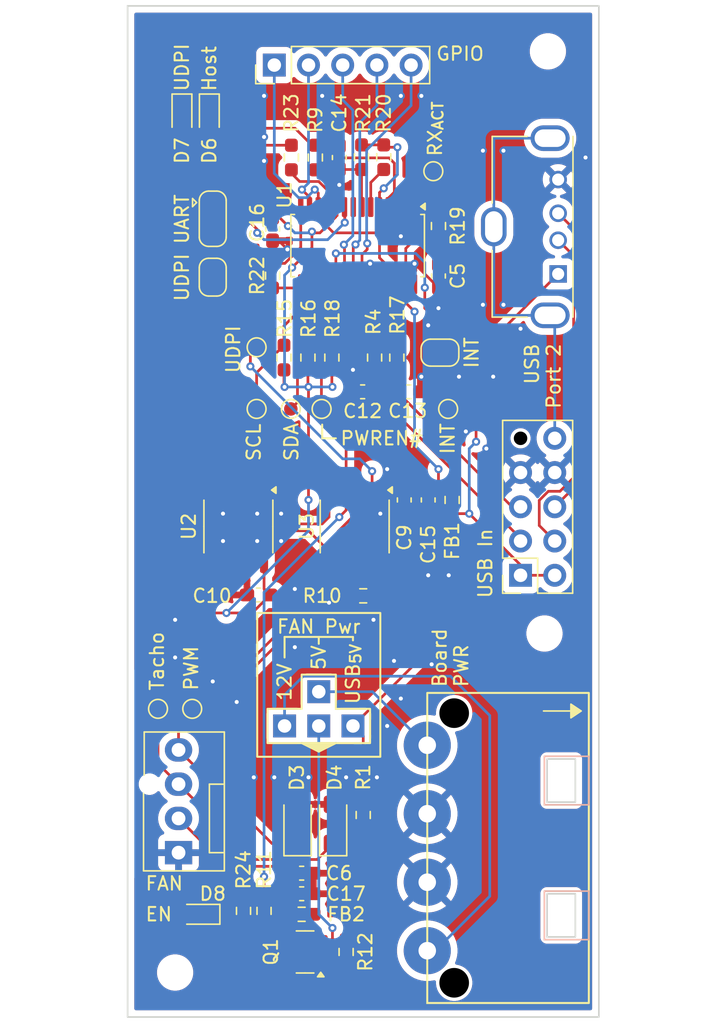
<source format=kicad_pcb>
(kicad_pcb (version 20241229) (generator "pcbnew") (generator_version "9.0")
  (layers (0 "F.Cu" signal) (2 "B.Cu" signal) (13 "F.Paste" user) (15 "B.Paste" user) (5 "F.SilkS" user "F.Silkscreen") (7 "B.SilkS" user "B.Silkscreen") (1 "F.Mask" user) (3 "B.Mask" user) (25 "Edge.Cuts" user))
  (net 0 "")
  (net 1 "VBUS")
  (net 2 "GND")
  (net 3 "Net-(J6-Pin_2)")
  (net 4 "VCC")
  (net 5 "USB1-")
  (net 6 "USB1+")
  (net 7 "Net-(U1-RESETN)")
  (net 8 "PWM")
  (net 9 "Tacho")
  (net 10 "Net-(D6-A)")
  (net 11 "Net-(U1-DIO13{slash}GPIOH{slash}DSRN)")
  (net 12 "Net-(D7-A)")
  (net 13 "Net-(U1-DIO0{slash}TX_ACT)")
  (net 14 "Net-(D8-K)")
  (net 15 "VUSB")
  (net 16 "Net-(Q1-D)")
  (net 17 "S-GND")
  (net 18 "USB2-")
  (net 19 "USB2+")
  (net 20 "+5V")
  (net 21 "+12V")
  (net 22 "Net-(J8-Pin_4)")
  (net 23 "Net-(J8-Pin_1)")
  (net 24 "Net-(J8-Pin_3)")
  (net 25 "Net-(J8-Pin_2)")
  (net 26 "Net-(J8-Pin_5)")
  (net 27 "Net-(JP1-A)")
  (net 28 "UDPI")
  (net 29 "VDD")
  (net 30 "Net-(JP3-C)")
  (net 31 "Net-(Q1-G)")
  (net 32 "Net-(U1-DM)")
  (net 33 "Net-(U3-~{RESET}{slash}PA0)")
  (net 34 "PWREN#")
  (net 35 "SCL")
  (net 36 "SDA")
  (net 37 "Net-(U1-DP)")
  (net 38 "Net-(U1-VBUS_DET)")
  (net 39 "Net-(U1-STEST_RSTN)")
  (net 40 "Net-(U1-DIO3{slash}RXD)")
  (net 41 "Net-(U1-DIO12{slash}BCD{slash}RX_ACT)")
  (net 43 "Net-(JP4-A)")
  (footprint "TestPoint:TestPoint_Pad_D1.0mm" (layer "F.Cu") (at 152.4 69.596 -90)
    (property "Reference" "TP8" (hide yes))
    (property "Value" "Tacho")
  )
  (footprint "Resistor_SMD:R_0603_1608Metric_Pad0.98x0.95mm_HandSolder" (layer "F.Cu") (at 160.274 84.582 90)
    (property "Reference" "R11")
    (property "Value" "1k")
  )
  (footprint "TestPoint:TestPoint_Pad_D1.0mm" (layer "F.Cu") (at 162.262718 47.350891)
    (property "Reference" "TP2" (hide yes))
    (property "Value" "SDA")
  )
  (footprint "Capacitor_SMD:C_0603_1608Metric_Pad1.08x0.95mm_HandSolder" (layer "F.Cu") (at 170.688 54.102 -90)
    (property "Reference" "C9")
    (property "Value" "100n")
  )
  (footprint "Connector_PinHeader_2.54mm:PinHeader_1x05_P2.54mm_Vertical" (layer "F.Cu") (at 161.036 21.844 90)
    (property "Reference" "J8" (hide yes))
    (property "Value" "GPIO")
  )
  (footprint "Package_SO:TSSOP-28_4.4x9.7mm_P0.65mm" (layer "F.Cu") (at 167.225 35.2375 -90)
    (property "Reference" "U1")
    (property "Value" "FT260S")
  )
  (footprint "Capacitor_SMD:C_0603_1608Metric_Pad1.08x0.95mm_HandSolder" (layer "F.Cu") (at 159.8665 61.149 180)
    (property "Reference" "C10")
    (property "Value" "100n")
  )
  (footprint "Resistor_SMD:R_0603_1608Metric_Pad0.98x0.95mm_HandSolder" (layer "F.Cu") (at 167.64 61.214 180)
    (property "Reference" "R10")
    (property "Value" "470R")
  )
  (footprint "Molex:Molex 8981 Vertical" (layer "F.Cu") (at 172.395 79.916 90)
    (property "Reference" "J3" (hide yes))
    (property "Value" "PC power" (hide yes))
    (fp_rect (start 3.4 8.9) (end 6.6 11) (stroke (width 0.12)) (fill no) (layer "Edge.Cuts"))
    (fp_rect (start -6.6 8.9) (end -3.4 11) (stroke (width 0.12)) (fill no) (layer "Edge.Cuts"))
  )
  (footprint "Jumper:SolderJumper-2_P1.3mm_Bridged_RoundedPad1.0x1.5mm" (layer "F.Cu") (at 156.464 37.577 -90)
    (property "Reference" "JP1" (hide yes))
    (property "Value" "UDPI_EN")
  )
  (footprint "LED_SMD:LED_0603_1608Metric_Pad1.05x0.95mm_HandSolder" (layer "F.Cu") (at 154.178 25.654 -90)
    (property "Reference" "D7")
    (property "Value" "UDPI")
  )
  (footprint "Capacitor_SMD:C_0603_1608Metric_Pad1.08x0.95mm_HandSolder" (layer "F.Cu") (at 167.596718 46.080891 180)
    (property "Reference" "C12")
    (property "Value" "47p")
  )
  (footprint "Capacitor_SMD:C_0603_1608Metric_Pad1.08x0.95mm_HandSolder" (layer "F.Cu") (at 171.025718 46.080891)
    (property "Reference" "C13")
    (property "Value" "47p")
  )
  (footprint "Package_SO:SOIC-8_3.9x4.9mm_P1.27mm" (layer "F.Cu") (at 167.005 56.069 -90)
    (property "Reference" "U3")
    (property "Value" "ATtiny202-SS")
  )
  (footprint "Capacitor_SMD:C_0603_1608Metric_Pad1.08x0.95mm_HandSolder" (layer "F.Cu") (at 163.068 83.312 180)
    (property "Reference" "C17")
    (property "Value" "4u7")
  )
  (footprint "Resistor_SMD:R_0603_1608Metric_Pad0.98x0.95mm_HandSolder" (layer "F.Cu") (at 166.37 87.63 -90)
    (property "Reference" "R12")
    (property "Value" "100k")
  )
  (footprint "Resistor_SMD:R_0603_1608Metric_Pad0.98x0.95mm_HandSolder" (layer "F.Cu") (at 170.136718 43.540891 90)
    (property "Reference" "R17")
    (property "Value" "27R")
  )
  (footprint "TestPoint:TestPoint_Pad_D1.0mm" (layer "F.Cu") (at 154.94 69.596 -90)
    (property "Reference" "TP7" (hide yes))
    (property "Value" "PWM")
  )
  (footprint "Connector_USB:USB_A_Molex_105057_Vertical" (layer "F.Cu") (at 182.118 37.338 90)
    (property "Reference" "J7" (hide yes))
    (property "Value" "USB_Out")
  )
  (footprint "TestPoint:TestPoint_Pad_D1.0mm" (layer "F.Cu") (at 164.548718 47.350891)
    (property "Reference" "TP3" (hide yes))
    (property "Value" "PWREN#")
  )
  (footprint "TestPoint:TestPoint_Pad_D1.0mm" (layer "F.Cu") (at 173.946718 47.350891)
    (property "Reference" "TP4" (hide yes))
    (property "Value" "INT")
  )
  (footprint "TestPoint:TestPoint_Pad_D1.0mm" (layer "F.Cu") (at 159.722718 42.778891 180)
    (property "Reference" "TP5" (hide yes))
    (property "Value" "UDPI")
  )
  (footprint "ThreeWayJumper:ThreeWayJumper" (layer "F.Cu") (at 164.338 70.866 -90)
    (property "Reference" "JP2" (hide yes))
    (property "Value" "FAN PWR Select")
  )
  (footprint "Resistor_SMD:R_0603_1608Metric_Pad0.98x0.95mm_HandSolder" (layer "F.Cu") (at 169.164 28.6785 90)
    (property "Reference" "R20")
    (property "Value" "10k")
  )
  (footprint "Resistor_SMD:R_0603_1608Metric_Pad0.98x0.95mm_HandSolder" (layer "F.Cu") (at 161.754718 43.540891 -90)
    (property "Reference" "R15")
    (property "Value" "1k")
  )
  (footprint "Jumper:SolderJumper-3_P1.3mm_Bridged12_RoundedPad1.0x1.5mm" (layer "F.Cu") (at 156.464 33.244 -90)
    (property "Reference" "JP3" (hide yes))
    (property "Value" "UART_EN")
  )
  (footprint "Capacitor_SMD:C_0603_1608Metric_Pad1.08x0.95mm_HandSolder" (layer "F.Cu") (at 172.466 54.102 90)
    (property "Reference" "C15")
    (property "Value" "4u7")
  )
  (footprint "Resistor_SMD:R_0603_1608Metric_Pad0.98x0.95mm_HandSolder" (layer "F.Cu") (at 173.228 33.782 -90)
    (property "Reference" "R19")
    (property "Value" "5k1")
  )
  (footprint "TestPoint:TestPoint_Pad_D1.0mm" (layer "F.Cu") (at 159.722718 47.350891 180)
    (property "Reference" "TP1" (hide yes))
    (property "Value" "SCL")
  )
  (footprint "Resistor_SMD:R_0603_1608Metric_Pad0.98x0.95mm_HandSolder" (layer "F.Cu") (at 158.75 84.582 -90)
    (property "Reference" "R24")
    (property "Value" "2k2")
  )
  (footprint "Diode_SMD:D_SMF" (layer "F.Cu") (at 165.4048 78.1323 90)
    (property "Reference" "D4")
    (property "Value" "SMF20A")
  )
  (footprint "Connector:FanPinHeader_1x04_P2.54mm_Vertical" (layer "F.Cu") (at 153.924 80.264 90)
    (property "Reference" "J6" (hide yes))
    (property "Value" "FAN")
  )
  (footprint "Resistor_SMD:R_0603_1608Metric_Pad0.98x0.95mm_HandSolder" (layer "F.Cu") (at 168.485718 43.540891 90)
    (property "Reference" "R4")
    (property "Value" "27R")
  )
  (footprint "Resistor_SMD:R_0603_1608Metric_Pad0.98x0.95mm_HandSolder" (layer "F.Cu") (at 174.244 54.102 90)
    (property "Reference" "FB1")
    (property "Value" "FerriteBead")
  )
  (footprint "LED_SMD:LED_0603_1608Metric_Pad1.05x0.95mm_HandSolder" (layer "F.Cu") (at 156.21 25.654 -90)
    (property "Reference" "D6")
    (property "Value" "Host")
  )
  (footprint "TestPoint:TestPoint_Pad_D1.0mm" (layer "F.Cu") (at 172.847 29.718)
    (property "Reference" "TP6" (hide yes))
    (property "Value" "RX_ACT")
  )
  (footprint "Resistor_SMD:R_0603_1608Metric_Pad0.98x0.95mm_HandSolder" (layer "F.Cu") (at 165.310718 43.540891 -90)
    (property "Reference" "R18")
    (property "Value" "10k")
  )
  (footprint "Capacitor_SMD:C_0603_1608Metric_Pad1.08x0.95mm_HandSolder" (layer "F.Cu") (at 160.909 34.0095 -90)
    (property "Reference" "C16")
    (property "Value" "100n")
  )
  (footprint "Capacitor_SMD:C_0603_1608Metric_Pad1.08x0.95mm_HandSolder" (layer "F.Cu") (at 163.068 81.788)
    (property "Reference" "C6")
    (property "Value" "100n")
  )
  (footprint "Package_TO_SOT_SMD:SOT-23" (layer "F.Cu") (at 163.322 87.63 180)
    (property "Reference" "Q1")
    (property "Value" "IRLML6402")
  )
  (footprint "Resistor_SMD:R_0603_1608Metric_Pad0.98x0.95mm_HandSolder" (layer "F.Cu") (at 163.068 84.836)
    (property "Reference" "FB2")
    (property "Value" "FerriteBead")
  )
  (footprint "Resistor_SMD:R_0603_1608Metric_Pad0.98x0.95mm_HandSolder" (layer "F.Cu") (at 160.909 37.465 -90)
    (property "Reference" "R22")
    (property "Value" "4k7")
  )
  (footprint "MountingHole:MountingHole_2.2mm_M2_ISO7380" (layer "F.Cu") (at 181.102 64.008)
    (property "Reference" "REF**" (hide yes))
    (property "Value" "MountingHole_2.2mm_M2_ISO7380")
  )
  (footprint "Package_SO:SOIC-8_3.9x4.9mm_P1.27mm" (layer "F.Cu") (at 158.369 56.069 -90)
    (property "Reference" "U2")
    (property "Value" "AT24CS01-SSHM")
  )
  (footprint "Capacitor_SMD:C_0603_1608Metric_Pad1.08x0.95mm_HandSolder" (layer "F.Cu") (at 173.228 37.4915 -90)
    (property "Reference" "C5")
    (property "Value" "100n")
  )
  (footprint "Resistor_SMD:R_0603_1608Metric_Pad0.98x0.95mm_HandSolder" (layer "F.Cu") (at 162.306 28.702 -90)
    (property "Reference" "R23")
    (property "Value" "2k2")
  )
  (footprint "LED_SMD:LED_0603_1608Metric_Pad1.05x0.95mm_HandSolder" (layer "F.Cu") (at 155.335 84.836 180)
    (property "Reference" "D8")
    (property "Value" "EN")
  )
  (footprint "Capacitor_SMD:C_0603_1608Metric_Pad1.08x0.95mm_HandSolder" (layer "F.Cu") (at 165.862 28.705 -90)
    (property "Reference" "C14")
    (property "Value" "4u7")
  )
  (footprint "Diode_SMD:D_SMF" (layer "F.Cu") (at 162.7632 78.1323 90)
    (property "Reference" "D3")
    (property "Value" "SMF20A")
  )
  (footprint "MountingHole:MountingHole_2.2mm_M2_ISO7380" (layer "F.Cu") (at 153.67 89.154)
    (property "Reference" "REF**" (hide yes))
    (property "Value" "MountingHole_2.2mm_M2_ISO7380")
  )
  (footprint "Resistor_SMD:R_0603_1608Metric_Pad0.98x0.95mm_HandSolder" (layer "F.Cu") (at 163.532718 43.540891 -90)
    (property "Reference" "R16")
    (property "Value" "1k")
  )
  (footprint "Jumper:SolderJumper-2_P1.3mm_Bridged_RoundedPad1.0x1.5mm" (layer "F.Cu") (at 173.34 43.174891 180)
    (property "Reference" "JP4" (hide yes))
    (property "Value" "INT")
  )
  (footprint "Resistor_SMD:R_0603_1608Metric_Pad0.98x0.95mm_HandSolder" (layer "F.Cu") (at 167.513 28.6785 90)
    (property "Reference" "R21")
    (property "Value" "4k7")
  )
  (footprint "Resistor_SMD:R_0603_1608Metric_Pad0.98x0.95mm_HandSolder" (layer "F.Cu") (at 164.084 28.702 -90)
    (property "Reference" "R9")
    (property "Value" "2k2")
  )
  (footprint "USB:Internal USB 2.0 Socket Default" (layer "F.Cu") (at 179.324 59.69 180)
    (property "Reference" "J1" (hide yes))
    (property "Value" "~" (hide yes))
  )
  (footprint "Resistor_SMD:R_0603_1608Metric_Pad0.98x0.95mm_HandSolder" (layer "F.Cu") (at 167.64 77.47 -90)
    (property "Reference" "R1")
    (property "Value" "2k2")
  )
  (footprint "MountingHole:MountingHole_2.2mm_M2_ISO7380" (layer "F.Cu") (at 181.356 20.828)
    (property "Reference" "REF**" (hide yes))
    (property "Value" "MountingHole_2.2mm_M2_ISO7380")
  )
  (gr_line (start 161.798 65.786) (end 161.798 64.262) (stroke (width 0.15)) (layer "F.SilkS"))
  (gr_line (start 161.798 64.262) (end 166.878 64.262) (stroke (width 0.15)) (layer "F.SilkS"))
  (gr_rect (start 159.766 62.484) (end 168.91 73.152) (stroke (width 0.15)) (fill no) (layer "F.SilkS"))
  (gr_line (start 164.592 49.53) (end 165.608 49.53) (stroke (width 0.15)) (layer "F.SilkS"))
  (gr_line (start 164.338 64.262) (end 164.338 64.77) (stroke (width 0.15)) (layer "F.SilkS"))
  (gr_line (start 166.878 64.262) (end 166.878 64.516) (stroke (width 0.15)) (layer "F.SilkS"))
  (gr_line (start 164.592 48.514) (end 164.592 49.53) (stroke (width 0.15)) (layer "F.SilkS"))
  (gr_rect (start 150.14 17.456) (end 185.14 92.456) (stroke (width 0.12)) (fill no) (layer "Edge.Cuts"))
  (gr_text "FAN Pwr" (at 164.338 63.5 0) (layer "F.SilkS") (effects (font (size 1 1))))
  (gr_text "PWM" (at 155.448 68.326 90) (layer "F.SilkS") (effects (font (size 1 1)) (justify left bottom)))
  (gr_text "PWREN#" (at 165.862 49.53 0) (layer "F.SilkS") (effects (font (size 1 1)) (justify left)))
  (gr_text "SDA" (at 162.306 51.308 90) (layer "F.SilkS") (effects (font (size 1 1)) (justify left)))
  (gr_text "5V" (at 164.338 66.802 90) (layer "F.SilkS") (effects (font (size 1 1)) (justify left)))
  (gr_text "INT" (at 174.498 50.8 90) (layer "F.SilkS") (effects (font (size 1 1)) (justify left bottom)))
  (gr_text "RX_{ACT}" (at 172.974 28.702 90) (layer "F.SilkS") (effects (font (size 1 1)) (justify left)))
  (gr_text "UART" (at 154.178 33.274 90) (layer "F.SilkS") (effects (font (size 1 1))))
  (gr_text "Host" (at 156.21 23.876 90) (layer "F.SilkS") (effects (font (size 1 1)) (justify left)))
  (gr_text "SCL" (at 159.512 51.308 90) (layer "F.SilkS") (effects (font (size 1 1)) (justify left)))
  (gr_text "Tacho" (at 152.908 68.326 90) (layer "F.SilkS") (effects (font (size 1 1)) (justify left bottom)))
  (gr_text "Board\nPWR" (at 175.514 68.072 90) (layer "F.SilkS") (effects (font (size 1 1)) (justify left bottom)))
  (gr_text "UDPI" (at 154.178 37.592 90) (layer "F.SilkS") (effects (font (size 1 1))))
  (gr_text "12V" (at 161.798 69.088 90) (layer "F.SilkS") (effects (font (size 1 1)) (justify left)))
  (gr_text "UDPI" (at 154.178 23.876 90) (layer "F.SilkS") (effects (font (size 1 1)) (justify left)))
  (gr_text "UDPI" (at 157.988 42.926 90) (layer "F.SilkS") (effects (font (size 1 1))))
  (gr_text "USB In" (at 177.292 56.134 90) (layer "F.SilkS") (effects (font (size 1 1)) (justify right bottom)))
  (gr_text "GPIO" (at 172.974 21.59 0) (layer "F.SilkS") (effects (font (size 1 1)) (justify left bottom)))
  (gr_text "USB_{5V}" (at 166.878 69.342 90) (layer "F.SilkS") (effects (font (size 1 1)) (justify left)))
  (gr_text "FAN" (at 151.384 82.55 0) (layer "F.SilkS") (effects (font (size 1 1)) (justify left)))
  (gr_text "INT" (at 176.276 43.18 90) (layer "F.SilkS") (effects (font (size 1 1)) (justify bottom)))
  (gr_text "EN" (at 151.384 84.836 0) (layer "F.SilkS") (effects (font (size 1 1)) (justify left)))
  (gr_text "USB\nPort 2" (at 182.372 42.418 90) (layer "F.SilkS") (effects (font (size 1 1)) (justify right bottom)))
  (segment (start 166.878 70.866) (end 173.242 64.502) (width 0.2) (layer "F.Cu") (net 1))
  (segment (start 170.8 38.1) (end 170.8 39.482) (width 0.2) (layer "F.Cu") (net 1))
  (segment (start 173.228 53.2395) (end 174.194 53.2395) (width 0.2) (layer "F.Cu") (net 1))
  (segment (start 171.5535 34.6945) (end 173.228 34.6945) (width 0.2) (layer "F.Cu") (net 1))
  (segment (start 173.228 51.816) (end 173.228 53.2395) (width 0.2) (layer "F.Cu") (net 1))
  (segment (start 173.228 36.629) (end 173.228 34.6945) (width 0.2) (layer "F.Cu") (net 1))
  (segment (start 170.8 35.448) (end 171.5535 34.6945) (width 0.2) (layer "F.Cu") (net 1))
  (segment (start 170.8 39.482) (end 171.45 40.132) (width 0.2) (layer "F.Cu") (net 1))
  (segment (start 169.2645 53.2395) (end 168.91 53.594) (width 0.2) (layer "F.Cu") (net 1))
  (segment (start 170.688 53.2395) (end 169.2645 53.2395) (width 0.2) (layer "F.Cu") (net 1))
  (segment (start 173.242 53.2535) (end 173.228 53.2395) (width 0.2) (layer "F.Cu") (net 1))
  (segment (start 173.242 64.502) (end 173.242 53.2535) (width 0.2) (layer "F.Cu") (net 1))
  (segment (start 167.64 71.628) (end 166.878 70.866) (width 0.2) (layer "F.Cu") (net 1))
  (segment (start 174.194 53.2395) (end 174.244 53.1895) (width 0.2) (layer "F.Cu") (net 1))
  (segment (start 170.8 38.1) (end 170.8 35.448) (width 0.2) (layer "F.Cu") (net 1))
  (segment (start 170.688 53.2395) (end 173.228 53.2395) (width 0.2) (layer "F.Cu") (net 1))
  (segment (start 167.64 76.5575) (end 167.64 71.628) (width 0.2) (layer "F.Cu") (net 1))
  (via (at 171.45 40.132) (size 0.6) (drill 0.3) (layers "F.Cu" "B.Cu") (net 1))
  (via (at 173.228 51.816) (size 0.6) (drill 0.3) (layers "F.Cu" "B.Cu") (net 1))
  (segment (start 171.45 50.038) (end 173.228 51.816) (width 0.2) (layer "B.Cu") (net 1))
  (segment (start 171.45 40.132) (end 171.45 50.038) (width 0.2) (layer "B.Cu") (net 1))
  (segment (start 161.364 34.872) (end 162.008735 35.516735) (width 0.2) (layer "F.Cu") (net 2))
  (segment (start 160.909 34.872) (end 161.364 34.872) (width 0.2) (layer "F.Cu") (net 2))
  (segment (start 171.45 38.1) (end 171.45 36.576) (width 0.2) (layer "F.Cu") (net 2))
  (segment (start 156.464 53.594) (end 160.274 53.594) (width 0.2) (layer "F.Cu") (net 2))
  (segment (start 168.2 38.1) (end 168.2 36.626) (width 0.2) (layer "F.Cu") (net 2))
  (segment (start 168.2 36.626) (end 168.15 36.576) (width 0.2) (layer "F.Cu") (net 2))
  (segment (start 172.466 54.9645) (end 172.413 54.9645) (width 0.2) (layer "F.Cu") (net 2))
  (segment (start 172.516 55.0145) (end 172.466 54.9645) (width 0.2) (layer "F.Cu") (net 2))
  (segment (start 171.45 36.576) (end 173.228 38.354) (width 0.2) (layer "F.Cu") (net 2))
  (via (at 176.784 50.292) (size 0.6) (drill 0.3) (layers "F.Cu" "B.Cu") (net 2))
  (via (at 164.592 24.13) (size 0.6) (drill 0.3) (layers "F.Cu" "B.Cu") (net 2))
  (via (at 165.862 30.734) (size 0.6) (drill 0.3) (layers "F.Cu" "B.Cu") (net 2))
  (via (at 161.036 74.676) (size 0.6) (drill 0.3) (layers "F.Cu" "B.Cu") (net 2))
  (via (at 160.274 28.956) (size 0.6) (drill 0.3) (layers "F.Cu" "B.Cu") (net 2))
  (via (at 159.766 57.15) (size 0.6) (drill 0.3) (layers "F.Cu" "B.Cu") (net 2))
  (via (at 160.274 27.178) (size 0.6) (drill 0.3) (layers "F.Cu" "B.Cu") (net 2))
  (via (at 169.926 66.04) (size 0.6) (drill 0.3) (layers "F.Cu" "B.Cu") (net 2))
  (via (at 160.274 24.13) (size 0.6) (drill 0.3) (layers "F.Cu" "B.Cu") (net 2))
  (via (at 184.15 28.702) (size 0.6) (drill 0.3) (layers "F.Cu" "B.Cu") (net 2))
  (via (at 175.26 49.022) (size 0.6) (drill 0.3) (layers "F.Cu" "B.Cu") (net 2))
  (via (at 163.576 74.676) (size 0.6) (drill 0.3) (layers "F.Cu" "B.Cu") (net 2))
  (via (at 153.67 62.992) (size 0.6) (drill 0.3) (layers "F.Cu" "B.Cu") (net 2))
  (via (at 171.45 36.576) (size 0.6) (drill 0.3) (layers "F.Cu" "B.Cu") (net 2))
  (via (at 170.434 34.544) (size 0.6) (drill 0.3) (layers "F.Cu" "B.Cu") (net 2))
  (via (at 157.226 57.15) (size 0.6) (drill 0.3) (layers "F.Cu" "B.Cu") (net 2))
  (via (at 172.466 41.148) (size 0.6) (drill 0.3) (layers "F.Cu" "B.Cu") (net 2))
  (via (at 153.67 65.786) (size 0.6) (drill 0.3) (layers "F.Cu" "B.Cu") (net 2))
  (via (at 168.15 36.576) (size 0.6) (drill 0.3) (layers "F.Cu" "B.Cu") (net 2))
  (via (at 170.434 24.13) (size 0.6) (drill 0.3) (layers "F.Cu" "B.Cu") (net 2))
  (via (at 176.53 28.194) (size 0.6) (drill 0.3) (layers "F.Cu" "B.Cu") (net 2))
  (via (at 176.53 39.624) (size 0.6) (drill 0.3) (layers "F.Cu" "B.Cu") (net 2))
  (via (at 171.958 44.958) (size 0.6) (drill 0.3) (layers "F.Cu" "B.Cu") (net 2))
  (via (at 168.91 55.118) (size 0.6) (drill 0.3) (layers "F.Cu" "B.Cu") (net 2))
  (via (at 169.418 51.816) (size 0.6) (drill 0.3) (layers "F.Cu" "B.Cu") (net 2))
  (via (at 162.56 60.706) (size 0.6) (drill 0.3) (layers "F.Cu" "B.Cu") (net 2))
  (via (at 162.56 65.024) (size 0.6) (drill 0.3) (layers "F.Cu" "B.Cu") (net 2))
  (via (at 173.228 39.878) (size 0.6) (drill 0.3) (layers "F.Cu" "B.Cu") (net 2))
  (via (at 162.008735 35.516735) (size 0.6) (drill 0.3) (layers "F.Cu" "B.Cu") (net 2))
  (via (at 177.292 44.958) (size 0.6) (drill 0.3) (layers "F.Cu" "B.Cu") (net 2))
  (via (at 165.1 61.722) (size 0.6) (drill 0.3) (layers "F.Cu" "B.Cu") (net 2))
  (via (at 168.402 62.992) (size 0.6) (drill 0.3) (layers "F.Cu" "B.Cu") (net 2))
  (via (at 173.99 59.69) (size 0.6) (drill 0.3) (layers "F.Cu" "B.Cu") (net 2))
  (via (at 169.418 70.866) (size 0.6) (drill 0.3) (layers "F.Cu" "B.Cu") (net 2))
  (via (at 159.766 55.118) (size 0.6) (drill 0.3) (layers "F.Cu" "B.Cu") (net 2))
  (via (at 178.054 28.194) (size 0.6) (drill 0.3) (layers "F.Cu" "B.Cu") (net 2))
  (via (at 178.054 39.624) (size 0.6) (drill 0.3) (layers "F.Cu" "B.Cu") (net 2))
  (via (at 159.512 74.676) (size 0.6) (drill 0.3) (layers "F.Cu" "B.Cu") (net 2))
  (via (at 170.434 68.834) (size 0.6) (drill 0.3) (layers "F.Cu" "B.Cu") (net 2))
  (via (at 158.242 69.088) (size 0.6) (drill 0.3) (layers "F.Cu" "B.Cu") (net 2))
  (via (at 156.464 67.564) (size 0.6) (drill 0.3) (layers "F.Cu" "B.Cu") (net 2))
  (via (at 166.37 74.676) (size 0.6) (drill 0.3) (layers "F.Cu" "B.Cu") (net 2))
  (via (at 172.466 59.69) (size 0.6) (drill 0.3) (layers "F.Cu" "B.Cu") (net 2))
  (via (at 179.324 41.402) (size 0.6) (drill 0.3) (layers "F.Cu" "B.Cu") (net 2))
  (via (at 172.72 66.294) (size 0.6) (drill 0.3) (layers "F.Cu" "B.Cu") (net 2))
  (via (at 166.878 44.45) (size 0.6) (drill 0.3) (layers "F.Cu" "B.Cu") (net 2))
  (via (at 161.544 57.15) (size 0.6) (drill 0.3) (layers "F.Cu" "B.Cu") (net 2))
  (via (at 171.958 24.13) (size 0.6) (drill 0.3) (layers "F.Cu" "B.Cu") (net 2))
  (via (at 157.226 55.118) (size 0.6) (drill 0.3) (layers "F.Cu" "B.Cu") (net 2))
  (via (at 174.752 44.958) (size 0.6) (drill 0.3) (layers "F.Cu" "B.Cu") (net 2))
  (via (at 168.656 74.676) (size 0.6) (drill 0.3) (layers "F.Cu" "B.Cu") (net 2))
  (via (at 161.544 55.118) (size 0.6) (drill 0.3) (layers "F.Cu" "B.Cu") (net 2))
  (segment (start 163.068 36.576) (end 168.15 36.576) (width 0.2) (layer "B.Cu") (net 2))
  (segment (start 162.008735 35.516735) (end 163.068 36.576) (width 0.2) (layer "B.Cu") (net 2))
  (segment (start 171.45 36.576) (end 168.15 36.576) (width 0.2) (layer "B.Cu") (net 2))
  (segment (start 161.6975 81.28) (end 162.2055 81.788) (width 0.2) (layer "F.Cu") (net 3))
  (segment (start 157.48 81.28) (end 161.6975 81.28) (width 0.2) (layer "F.Cu") (net 3))
  (segment (start 162.2055 81.788) (end 162.2055 83.312) (width 0.2) (layer "F.Cu") (net 3))
  (segment (start 162.1555 84.836) (end 162.1555 83.362) (width 0.2) (layer "F.Cu") (net 3))
  (segment (start 153.924 77.724) (end 157.48 81.28) (width 0.2) (layer "F.Cu") (net 3))
  (segment (start 162.1555 83.362) (end 162.2055 83.312) (width 0.2) (layer "F.Cu") (net 3))
  (segment (start 150.863 67.599068) (end 155.967034 62.495034) (width 0.2) (layer "F.Cu") (net 4))
  (segment (start 170.15 37.44263) (end 170.15 38.1) (width 0.2) (layer "F.Cu") (net 4))
  (segment (start 150.863 81.239) (end 150.863 67.599068) (width 0.2) (layer "F.Cu") (net 4))
  (segment (start 164.422499 34.29) (end 164.930499 33.782) (width 0.2) (layer "F.Cu") (net 4))
  (segment (start 165.310718 45.676718) (end 165.310718 44.453391) (width 0.2) (layer "F.Cu") (net 4))
  (segment (start 157.48 62.484) (end 155.978068 62.484) (width 0.2) (layer "F.Cu") (net 4))
  (segment (start 168.85 34.29) (end 168.85 32.375) (width 0.2) (layer "F.Cu") (net 4))
  (segment (start 161.798 45.72) (end 161.754718 45.676718) (width 0.2) (layer "F.Cu") (net 4))
  (segment (start 165.6 33.112499) (end 165.6 32.375) (width 0.2) (layer "F.Cu") (net 4))
  (segment (start 163.922 34.29) (end 164.422499 34.29) (width 0.2) (layer "F.Cu") (net 4))
  (segment (start 163.576 45.72) (end 163.576 54.102) (width 0.2) (layer "F.Cu") (net 4))
  (segment (start 170.18 27.94) (end 169.338 27.94) (width 0.2) (layer "F.Cu") (net 4))
  (segment (start 164.930499 33.782) (end 165.6 33.112499) (width 0.2) (layer "F.Cu") (net 4))
  (segment (start 160.274 59.944) (end 160.274 60.694) (width 0.2) (layer "F.Cu") (net 4))
  (segment (start 168.85 36.14263) (end 170.15 37.44263) (width 0.2) (layer "F.Cu") (net 4))
  (segment (start 162.356987 36.865542) (end 163.83 35.392529) (width 0.2) (layer "F.Cu") (net 4))
  (segment (start 154.46 84.836) (end 150.863 81.239) (width 0.2) (layer "F.Cu") (net 4))
  (segment (start 165.354 45.72) (end 165.310718 45.676718) (width 0.2) (layer "F.Cu") (net 4))
  (segment (start 169.338 27.94) (end 169.164 27.766) (width 0.2) (layer "F.Cu") (net 4))
  (segment (start 168.85 32.375) (end 168.85 31.302) (width 0.2) (layer "F.Cu") (net 4))
  (segment (start 157.48 62.484) (end 159.394 62.484) (width 0.2) (layer "F.Cu") (net 4))
  (segment (start 167.513 27.766) (end 169.164 27.766) (width 0.2) (layer "F.Cu") (net 4))
  (segment (start 163.576 45.72) (end 163.532718 45.676718) (width 0.2) (layer "F.Cu") (net 4))
  (segment (start 155.978068 62.484) (end 155.967034 62.495034) (width 0.2) (layer "F.Cu") (net 4))
  (segment (start 159.394 62.484) (end 160.729 61.149) (width 0.2) (layer "F.Cu") (net 4))
  (segment (start 163.532718 45.676718) (end 163.532718 44.453391) (width 0.2) (layer "F.Cu") (net 4))
  (segment (start 159.706 31.944) (end 160.909 33.147) (width 0.2) (layer "F.Cu") (net 4))
  (segment (start 161.417 33.147) (end 162.052 33.782) (width 0.2) (layer "F.Cu") (net 4))
  (segment (start 163.83 34.198) (end 163.922 34.29) (width 0.2) (layer "F.Cu") (net 4))
  (segment (start 156.464 31.944) (end 159.706 31.944) (width 0.2) (layer "F.Cu") (net 4))
  (segment (start 160.274 60.694) (end 160.729 61.149) (width 0.2) (layer "F.Cu") (net 4))
  (segment (start 160.274 58.544) (end 160.274 59.944) (width 0.2) (layer "F.Cu") (net 4))
  (segment (start 165.438499 34.29) (end 168.85 34.29) (width 0.2) (layer "F.Cu") (net 4))
  (segment (start 168.85 32.375) (end 168.85 36.14263) (width 0.2) (layer "F.Cu") (net 4))
  (segment (start 160.909 33.147) (end 161.417 33.147) (width 0.2) (layer "F.Cu") (net 4))
  (segment (start 168.85 31.302) (end 169.164 30.988) (width 0.2) (layer "F.Cu") (net 4))
  (segment (start 164.930499 33.782) (end 165.438499 34.29) (width 0.2) (layer "F.Cu") (net 4))
  (segment (start 163.83 35.392529) (end 163.83 34.198) (width 0.2) (layer "F.Cu") (net 4))
  (segment (start 161.754718 45.676718) (end 161.754718 44.453391) (width 0.2) (layer "F.Cu") (net 4))
  (via (at 162.052 33.782) (size 0.6) (drill 0.3) (layers "F.Cu" "B.Cu") (net 4))
  (via (at 163.576 45.72) (size 0.6) (drill 0.3) (layers "F.Cu" "B.Cu") (net 4))
  (via (at 161.798 45.72) (size 0.6) (drill 0.3) (layers "F.Cu" "B.Cu") (net 4))
  (via (at 165.354 45.72) (size 0.6) (drill 0.3) (layers "F.Cu" "B.Cu") (net 4))
  (via (at 163.576 54.102) (size 0.6) (drill 0.3) (layers "F.Cu" "B.Cu") (net 4))
  (via (at 157.48 62.484) (size 0.6) (drill 0.3) (layers "F.Cu" "B.Cu") (net 4))
  (via (at 169.164 30.988) (size 0.6) (drill 0.3) (layers "F.Cu" "B.Cu") (net 4))
  (via (at 163.83 34.198) (size 0.6) (drill 0.3) (layers "F.Cu" "B.Cu") (net 4))
  (via (at 170.18 27.94) (size 0.6) (drill 0.3) (layers "F.Cu" "B.Cu") (net 4))
  (via (at 162.356987 36.865542) (size 0.6) (drill 0.3) (layers "F.Cu" "B.Cu") (net 4))
  (segment (start 161.798 37.424529) (end 162.356987 36.865542) (width 0.2) (layer "B.Cu") (net 4))
  (segment (start 163.576 45.72) (end 165.354 45.72) (width 0.2) (layer "B.Cu") (net 4))
  (segment (start 169.164 30.988) (end 170.18 29.972) (width 0.2) (layer "B.Cu") (net 4))
  (segment (start 161.798 45.72) (end 163.576 45.72) (width 0.2) (layer "B.Cu") (net 4))
  (segment (start 170.18 29.972) (end 170.18 27.94) (width 0.2) (layer "B.Cu") (net 4))
  (segment (start 163.576 56.388) (end 157.48 62.484) (width 0.2) (layer "B.Cu") (net 4))
  (segment (start 163.576 54.102) (end 163.576 56.388) (width 0.2) (layer "B.Cu") (net 4))
  (segment (start 162.052 33.782) (end 162.56 34.29) (width 0.2) (layer "B.Cu") (net 4))
  (segment (start 162.56 34.29) (end 163.738 34.29) (width 0.2) (layer "B.Cu") (net 4))
  (segment (start 163.738 34.29) (end 163.83 34.198) (width 0.2) (layer "B.Cu") (net 4))
  (segment (start 161.798 45.72) (end 161.798 37.424529) (width 0.2) (layer "B.Cu") (net 4))
  (segment (start 168.485718 44.453391) (end 168.485718 46.054391) (width 0.2) (layer "F.Cu") (net 5))
  (segment (start 179.324 57.15) (end 179.324 56.945673) (width 0.2) (layer "F.Cu") (net 5))
  (segment (start 179.324 56.945673) (end 168.459218 46.080891) (width 0.2) (layer "F.Cu") (net 5))
  (segment (start 168.485718 46.054391) (end 168.459218 46.080891) (width 0.2) (layer "F.Cu") (net 5))
  (segment (start 170.136718 46.054391) (end 170.163218 46.080891) (width 0.2) (layer "F.Cu") (net 6))
  (segment (start 179.324 54.61) (end 178.692327 54.61) (width 0.2) (layer "F.Cu") (net 6))
  (segment (start 170.136718 44.453391) (end 170.136718 46.054391) (width 0.2) (layer "F.Cu") (net 6))
  (segment (start 178.692327 54.61) (end 170.163218 46.080891) (width 0.2) (layer "F.Cu") (net 6))
  (segment (start 165.8855 29.591) (end 165.862 29.5675) (width 0.2) (layer "F.Cu") (net 7))
  (segment (start 167.513 29.591) (end 165.8855 29.591) (width 0.2) (layer "F.Cu") (net 7))
  (segment (start 167.513 29.591) (end 167.513 32.338) (width 0.2) (layer "F.Cu") (net 7))
  (segment (start 167.513 32.338) (end 167.55 32.375) (width 0.2) (layer "F.Cu") (net 7))
  (segment (start 166.713134 62.484) (end 163.576 62.484) (width 0.2) (layer "F.Cu") (net 8))
  (segment (start 163.576 62.484) (end 156.464 69.596) (width 0.2) (layer "F.Cu") (net 8))
  (segment (start 153.924 72.644) (end 153.924 70.612) (width 0.2) (layer "F.Cu") (net 8))
  (segment (start 167.64 61.557134) (end 166.713134 62.484) (width 0.2) (layer "F.Cu") (net 8))
  (segment (start 167.64 58.544) (end 167.64 61.557134) (width 0.2) (layer "F.Cu") (net 8))
  (segment (start 160.8623 79.5823) (end 153.924 72.644) (width 0.2) (layer "F.Cu") (net 8))
  (segment (start 162.7632 79.5823) (end 160.8623 79.5823) (width 0.2) (layer "F.Cu") (net 8))
  (segment (start 153.924 70.612) (end 154.94 69.596) (width 0.2) (layer "F.Cu") (net 8))
  (segment (start 156.464 69.596) (end 154.94 69.596) (width 0.2) (layer "F.Cu") (net 8))
  (segment (start 152.4 69.596) (end 154.139 69.596) (width 0.2) (layer "F.Cu") (net 9))
  (segment (start 155.271786 68.795) (end 155.671786 69.195) (width 0.2) (layer "F.Cu") (net 9))
  (segment (start 167.64 54.568999) (end 167.64 53.594) (width 0.2) (layer "F.Cu") (net 9))
  (segment (start 154.608214 68.795) (end 155.271786 68.795) (width 0.2) (layer "F.Cu") (net 9))
  (segment (start 156.103 69.195) (end 165.769 59.529) (width 0.2) (layer "F.Cu") (net 9))
  (segment (start 152.4 73.66) (end 152.4 69.596) (width 0.2) (layer "F.Cu") (net 9))
  (segment (start 154.139 69.264214) (end 154.608214 68.795) (width 0.2) (layer "F.Cu") (net 9))
  (segment (start 159.512 80.772) (end 164.2151 80.772) (width 0.2) (layer "F.Cu") (net 9))
  (segment (start 153.924 75.184) (end 159.512 80.772) (width 0.2) (layer "F.Cu") (net 9))
  (segment (start 165.769 59.529) (end 165.769 56.439999) (width 0.2) (layer "F.Cu") (net 9))
  (segment (start 154.139 69.596) (end 154.139 69.264214) (width 0.2) (layer "F.Cu") (net 9))
  (segment (start 164.2151 80.772) (end 165.4048 79.5823) (width 0.2) (layer "F.Cu") (net 9))
  (segment (start 155.671786 69.195) (end 156.103 69.195) (width 0.2) (layer "F.Cu") (net 9))
  (segment (start 165.769 56.439999) (end 167.64 54.568999) (width 0.2) (layer "F.Cu") (net 9))
  (segment (start 167.64 78.3825) (end 166.6046 78.3825) (width 0.2) (layer "F.Cu") (net 9))
  (segment (start 153.924 75.184) (end 152.4 73.66) (width 0.2) (layer "F.Cu") (net 9))
  (segment (start 166.6046 78.3825) (end 165.4048 79.5823) (width 0.2) (layer "F.Cu") (net 9))
  (segment (start 162.5695 26.529) (end 160.274 26.529) (width 0.2) (layer "F.Cu") (net 10))
  (segment (start 160.274 26.529) (end 156.21 26.529) (width 0.2) (layer "F.Cu") (net 10))
  (segment (start 164.084 27.7895) (end 163.83 27.7895) (width 0.2) (layer "F.Cu") (net 10))
  (segment (start 163.83 27.7895) (end 162.5695 26.529) (width 0.2) (layer "F.Cu") (net 10))
  (segment (start 169.9522 29.123566) (end 169.9522 31.26543) (width 0.2) (layer "F.Cu") (net 11))
  (segment (start 169.5 31.71763) (end 169.5 32.375) (width 0.2) (layer "F.Cu") (net 11))
  (segment (start 164.084 29.6145) (end 164.084 29.3605) (width 0.2) (layer "F.Cu") (net 11))
  (segment (start 169.9522 31.26543) (end 169.5 31.71763) (width 0.2) (layer "F.Cu") (net 11))
  (segment (start 164.7155 28.729) (end 169.557634 28.729) (width 0.2) (layer "F.Cu") (net 11))
  (segment (start 169.557634 28.729) (end 169.9522 29.123566) (width 0.2) (layer "F.Cu") (net 11))
  (segment (start 164.084 29.3605) (end 164.7155 28.729) (width 0.2) (layer "F.Cu") (net 11))
  (segment (start 155.4385 27.7895) (end 154.178 26.529) (width 0.2) (layer "F.Cu") (net 12))
  (segment (start 162.306 27.7895) (end 155.4385 27.7895) (width 0.2) (layer "F.Cu") (net 12))
  (segment (start 164.338 30.48) (end 162.9175 30.48) (width 0.2) (layer "F.Cu") (net 13))
  (segment (start 164.95 31.092) (end 164.338 30.48) (width 0.2) (layer "F.Cu") (net 13))
  (segment (start 162.9175 30.48) (end 162.306 29.8685) (width 0.2) (layer "F.Cu") (net 13))
  (segment (start 162.306 29.8685) (end 162.306 29.6145) (width 0.2) (layer "F.Cu") (net 13))
  (segment (start 164.95 32.375) (end 164.95 31.092) (width 0.2) (layer "F.Cu") (net 13))
  (segment (start 158.0915 84.836) (end 158.75 85.4945) (width 0.2) (layer "F.Cu") (net 14))
  (segment (start 156.21 84.836) (end 158.0915 84.836) (width 0.2) (layer "F.Cu") (net 14))
  (segment (start 175.514 55.118) (end 174.3475 55.118) (width 0.2) (layer "F.Cu") (net 15))
  (segment (start 179.324 58.928) (end 179.324 59.69) (width 0.2) (layer "F.Cu") (net 15))
  (segment (start 182.118 37.338) (end 176.022 43.434) (width 0.2) (layer "F.Cu") (net 15))
  (segment (start 175.514 55.118) (end 179.324 58.928) (width 0.2) (layer "F.Cu") (net 15))
  (segment (start 179.324 59.69) (end 181.864 59.69) (width 0.2) (layer "F.Cu") (net 15))
  (segment (start 174.244 55.0145) (end 174.244 54.864) (width 0.2) (layer "F.Cu") (net 15))
  (segment (start 174.3475 55.118) (end 174.244 55.0145) (width 0.2) (layer "F.Cu") (net 15))
  (segment (start 176.022 43.434) (end 176.022 49.784) (width 0.2) (layer "F.Cu") (net 15))
  (via (at 175.514 55.118) (size 0.6) (drill 0.3) (layers "F.Cu" "B.Cu") (net 15))
  (via (at 176.022 49.784) (size 0.6) (drill 0.3) (layers "F.Cu" "B.Cu") (net 15))
  (segment (start 176.022 49.784) (end 175.514 50.292) (width 0.2) (layer "B.Cu") (net 15))
  (segment (start 175.514 50.292) (end 175.514 55.118) (width 0.2) (layer "B.Cu") (net 15))
  (segment (start 162.3845 86.432) (end 163.9805 84.836) (width 0.2) (layer "F.Cu") (net 16))
  (segment (start 162.3845 87.63) (end 162.3845 86.432) (width 0.2) (layer "F.Cu") (net 16))
  (segment (start 177.382 27.268) (end 177.338 27.312) (width 0.2) (layer "B.Cu") (net 17))
  (segment (start 177.406 40.408) (end 181.518 40.408) (width 0.2) (layer "B.Cu") (net 17))
  (segment (start 177.338 27.312) (end 177.338 33.838) (width 0.2) (layer "B.Cu") (net 17))
  (segment (start 177.338 33.838) (end 177.338 40.34) (width 0.2) (layer "B.Cu") (net 17))
  (segment (start 181.864 49.53) (end 181.864 40.754) (width 0.2) (layer "B.Cu") (net 17))
  (segment (start 177.338 40.34) (end 177.406 40.408) (width 0.2) (layer "B.Cu") (net 17))
  (segment (start 181.864 40.754) (end 181.518 40.408) (width 0.2) (layer "B.Cu") (net 17))
  (segment (start 181.518 27.268) (end 177.382 27.268) (width 0.2) (layer "B.Cu") (net 17))
  (segment (start 183.269 52.443) (end 182.253 53.459) (width 0.2) (layer "F.Cu") (net 18))
  (segment (start 181.38724 53.459) (end 180.713 54.13324) (width 0.2) (layer "F.Cu") (net 18))
  (segment (start 182.118 34.838) (end 183.269 35.989) (width 0.2) (layer "F.Cu") (net 18))
  (segment (start 180.713 54.13324) (end 180.713 55.999) (width 0.2) (layer "F.Cu") (net 18))
  (segment (start 183.269 35.989) (end 183.269 52.443) (width 0.2) (layer "F.Cu") (net 18))
  (segment (start 180.713 55.999) (end 181.864 57.15) (width 0.2) (layer "F.Cu") (net 18))
  (segment (start 182.253 53.459) (end 181.38724 53.459) (width 0.2) (layer "F.Cu") (net 18))
  (segment (start 183.67 52.804) (end 181.864 54.61) (width 0.2) (layer "F.Cu") (net 19))
  (segment (start 183.67 34.39) (end 183.67 52.804) (width 0.2) (layer "F.Cu") (net 19))
  (segment (start 182.118 32.838) (end 183.67 34.39) (width 0.2) (layer "F.Cu") (net 19))
  (segment (start 164.338 68.326) (end 168.331 68.326) (width 0.2) (layer "B.Cu") (net 20))
  (segment (start 168.331 68.326) (end 172.649 72.644) (width 0.2) (layer "B.Cu") (net 20))
  (segment (start 161.798 68.564) (end 163.187 67.175) (width 0.2) (layer "B.Cu") (net 21))
  (segment (start 163.187 67.175) (end 174.120024 67.175) (width 0.2) (layer "B.Cu") (net 21))
  (segment (start 161.798 70.866) (end 161.798 68.564) (width 0.2) (layer "B.Cu") (net 21))
  (segment (start 174.120024 67.175) (end 177.038 70.092976) (width 0.2) (layer "B.Cu") (net 21))
  (segment (start 177.038 83.495) (end 172.649 87.884) (width 0.2) (layer "B.Cu") (net 21))
  (segment (start 177.038 70.092976) (end 177.038 83.495) (width 0.2) (layer "B.Cu") (net 21))
  (segment (start 166.9 38.1) (end 166.9 35.31973) (width 0.2) (layer "F.Cu") (net 22))
  (segment (start 166.9 35.31973) (end 167.065573 35.154157) (width 0.2) (layer "F.Cu") (net 22))
  (via (at 167.065573 35.154157) (size 0.6) (drill 0.3) (layers "F.Cu" "B.Cu") (net 22))
  (segment (start 167.386 34.83373) (end 167.386 26.1112) (width 0.2) (layer "B.Cu") (net 22))
  (segment (start 167.386 26.1112) (end 168.656 24.8412) (width 0.2) (layer "B.Cu") (net 22))
  (segment (start 167.065573 35.154157) (end 167.386 34.83373) (width 0.2) (layer "B.Cu") (net 22))
  (segment (start 168.656 24.8412) (end 168.656 21.844) (width 0.2) (layer "B.Cu") (net 22))
  (segment (start 164.3 32.375) (end 164.3 31.339265) (width 0.2) (layer "F.Cu") (net 23))
  (segment (start 164.3 31.339265) (end 164.040735 31.08) (width 0.2) (layer "F.Cu") (net 23))
  (via (at 164.040735 31.08) (size 0.6) (drill 0.3) (layers "F.Cu" "B.Cu") (net 23))
  (segment (start 164.040735 31.08) (end 163.439735 31.681) (width 0.2) (layer "B.Cu") (net 23))
  (segment (start 163.439735 31.681) (end 162.838991 31.681) (width 0.2) (layer "B.Cu") (net 23))
  (segment (start 162.838991 31.681) (end 161.036 29.878009) (width 0.2) (layer "B.Cu") (net 23))
  (segment (start 161.036 29.878009) (end 161.036 21.844) (width 0.2) (layer "B.Cu") (net 23))
  (segment (start 166.204088 35.167112) (end 166.25 35.213024) (width 0.2) (layer "F.Cu") (net 24))
  (segment (start 166.25 35.213024) (end 166.25 38.1) (width 0.2) (layer "F.Cu") (net 24))
  (via (at 166.204088 35.167112) (size 0.6) (drill 0.3) (layers "F.Cu" "B.Cu") (net 24))
  (segment (start 166.116 24.4348) (end 166.116 21.844) (width 0.2) (layer "B.Cu") (net 24))
  (segment (start 166.8694 25.1882) (end 166.116 24.4348) (width 0.2) (layer "B.Cu") (net 24))
  (segment (start 166.204088 35.167112) (end 166.8694 34.5018) (width 0.2) (layer "B.Cu") (net 24))
  (segment (start 166.8694 34.5018) (end 166.8694 25.1882) (width 0.2) (layer "B.Cu") (net 24))
  (segment (start 163.087934 31.08) (end 163.65 31.642066) (width 0.2) (layer "F.Cu") (net 25))
  (segment (start 163.65 31.642066) (end 163.65 32.375) (width 0.2) (layer "F.Cu") (net 25))
  (via (at 163.087934 31.08) (size 0.6) (drill 0.3) (layers "F.Cu" "B.Cu") (net 25))
  (segment (start 163.576 30.591934) (end 163.087934 31.08) (width 0.2) (layer "B.Cu") (net 25))
  (segment (start 163.576 21.844) (end 163.576 30.591934) (width 0.2) (layer "B.Cu") (net 25))
  (segment (start 167.55 35.904) (end 167.937269 35.516731) (width 0.2) (layer "F.Cu") (net 26))
  (segment (start 167.937269 35.516731) (end 167.937269 35.070591) (width 0.2) (layer "F.Cu") (net 26))
  (segment (start 167.55 38.1) (end 167.55 35.904) (width 0.2) (layer "F.Cu") (net 26))
  (via (at 167.937269 35.070591) (size 0.6) (drill 0.3) (layers "F.Cu" "B.Cu") (net 26))
  (segment (start 171.196 24.8412) (end 171.196 21.844) (width 0.2) (layer "B.Cu") (net 26))
  (segment (start 167.894 35.027322) (end 167.894 28.1432) (width 0.2) (layer "B.Cu") (net 26))
  (segment (start 167.937269 35.070591) (end 167.894 35.027322) (width 0.2) (layer "B.Cu") (net 26))
  (segment (start 167.894 28.1432) (end 171.196 24.8412) (width 0.2) (layer "B.Cu") (net 26))
  (segment (start 159.4585 36.927) (end 160.909 38.3775) (width 0.2) (layer "F.Cu") (net 27))
  (segment (start 162.7225 38.3775) (end 163 38.1) (width 0.2) (layer "F.Cu") (net 27))
  (segment (start 156.464 36.927) (end 159.4585 36.927) (width 0.2) (layer "F.Cu") (net 27))
  (segment (start 160.909 38.3775) (end 162.7225 38.3775) (width 0.2) (layer "F.Cu") (net 27))
  (segment (start 159.766 42.735609) (end 159.766 39.878) (width 0.2) (layer "F.Cu") (net 28))
  (segment (start 158.115 38.227) (end 156.464 38.227) (width 0.2) (layer "F.Cu") (net 28))
  (segment (start 159.722718 42.778891) (end 159.766 42.735609) (width 0.2) (layer "F.Cu") (net 28))
  (segment (start 159.258 44.196) (end 159.258 43.243609) (width 0.2) (layer "F.Cu") (net 28))
  (segment (start 159.258 43.243609) (end 159.722718 42.778891) (width 0.2) (layer "F.Cu") (net 28))
  (segment (start 168.2985 51.9665) (end 168.2985 61.214) (width 0.2) (layer "F.Cu") (net 28))
  (segment (start 159.766 39.878) (end 158.115 38.227) (width 0.2) (layer "F.Cu") (net 28))
  (via (at 159.258 44.196) (size 0.6) (drill 0.3) (layers "F.Cu" "B.Cu") (net 28))
  (via (at 168.2985 51.9665) (size 0.6) (drill 0.3) (layers "F.Cu" "B.Cu") (net 28))
  (segment (start 166.116 51.054) (end 159.258 44.196) (width 0.2) (layer "B.Cu") (net 28))
  (segment (start 167.386 51.054) (end 166.116 51.054) (width 0.2) (layer "B.Cu") (net 28))
  (segment (start 168.2985 51.9665) (end 167.386 51.054) (width 0.2) (layer "B.Cu") (net 28))
  (segment (start 166.37 86.7175) (end 165.354 86.7175) (width 0.2) (layer "F.Cu") (net 29))
  (segment (start 164.297 86.7175) (end 164.2595 86.68) (width 0.2) (layer "F.Cu") (net 29))
  (segment (start 165.354 86.7175) (end 164.297 86.7175) (width 0.2) (layer "F.Cu") (net 29))
  (segment (start 165.354 85.852) (end 165.354 86.7175) (width 0.2) (layer "F.Cu") (net 29))
  (via (at 165.354 85.852) (size 0.6) (drill 0.3) (layers "F.Cu" "B.Cu") (net 29))
  (segment (start 164.338 84.836) (end 165.354 85.852) (width 0.2) (layer "B.Cu") (net 29))
  (segment (start 164.338 70.866) (end 164.338 84.836) (width 0.2) (layer "B.Cu") (net 29))
  (segment (start 159.766 34.29) (end 159.766 34.036) (width 0.2) (layer "F.Cu") (net 30))
  (segment (start 159.766 34.036) (end 158.974 33.244) (width 0.2) (layer "F.Cu") (net 30))
  (segment (start 166.2684 32.3934) (end 166.25 32.375) (width 0.2) (layer "F.Cu") (net 30))
  (segment (start 158.974 33.244) (end 156.464 33.244) (width 0.2) (layer "F.Cu") (net 30))
  (segment (start 166.2694 33.1226) (end 166.2684 33.1216) (width 0.2) (layer "F.Cu") (net 30))
  (segment (start 166.2694 33.528) (end 166.2694 33.1226) (width 0.2) (layer "F.Cu") (net 30))
  (segment (start 166.2684 33.1216) (end 166.2684 32.3934) (width 0.2) (layer "F.Cu") (net 30))
  (via (at 166.2694 33.528) (size 0.6) (drill 0.3) (layers "F.Cu" "B.Cu") (net 30))
  (via (at 159.766 34.29) (size 0.6) (drill 0.3) (layers "F.Cu" "B.Cu") (net 30))
  (segment (start 164.9994 34.798) (end 160.274 34.798) (width 0.2) (layer "B.Cu") (net 30))
  (segment (start 166.2694 33.528) (end 164.9994 34.798) (width 0.2) (layer "B.Cu") (net 30))
  (segment (start 160.274 34.798) (end 159.766 34.29) (width 0.2) (layer "B.Cu") (net 30))
  (segment (start 160.274 85.4945) (end 160.274 86.898968) (width 0.2) (layer "F.Cu") (net 31))
  (segment (start 161.955032 88.58) (end 164.2595 88.58) (width 0.2) (layer "F.Cu") (net 31))
  (segment (start 164.2595 88.58) (end 166.3325 88.58) (width 0.2) (layer "F.Cu") (net 31))
  (segment (start 166.3325 88.58) (end 166.37 88.5425) (width 0.2) (layer "F.Cu") (net 31))
  (segment (start 160.274 86.898968) (end 161.955032 88.58) (width 0.2) (layer "F.Cu") (net 31))
  (segment (start 168.485718 39.540282) (end 168.85 39.176) (width 0.2) (layer "F.Cu") (net 32))
  (segment (start 168.85 39.176) (end 168.85 38.1) (width 0.2) (layer "F.Cu") (net 32))
  (segment (start 168.485718 42.628391) (end 168.485718 39.540282) (width 0.2) (layer "F.Cu") (net 32))
  (segment (start 166.4735 58.6475) (end 166.37 58.544) (width 0.2) (layer "F.Cu") (net 33))
  (segment (start 166.4735 61.214) (end 166.4735 58.6475) (width 0.2) (layer "F.Cu") (net 33))
  (segment (start 165.310718 42.628391) (end 164.534718 43.404391) (width 0.2) (layer "F.Cu") (net 34))
  (segment (start 166.37 53.594) (end 166.37 54.864) (width 0.2) (layer "F.Cu") (net 34))
  (segment (start 164.534718 47.336891) (end 164.548718 47.350891) (width 0.2) (layer "F.Cu") (net 34))
  (segment (start 165.310718 42.628391) (end 165.310718 39.834718) (width 0.2) (layer "F.Cu") (net 34))
  (segment (start 166.37 54.864) (end 165.862 55.372) (width 0.2) (layer "F.Cu") (net 34))
  (segment (start 164.548718 47.350891) (end 166.37 49.172173) (width 0.2) (layer "F.Cu") (net 34))
  (segment (start 164.95 39.474) (end 164.95 38.1) (width 0.2) (layer "F.Cu") (net 34))
  (segment (start 165.310718 39.834718) (end 164.95 39.474) (width 0.2) (layer "F.Cu") (net 34))
  (segment (start 164.534718 43.404391) (end 164.534718 47.336891) (width 0.2) (layer "F.Cu") (net 34))
  (segment (start 160.274 83.6695) (end 160.274 82.042) (width 0.2) (layer "F.Cu") (net 34))
  (segment (start 166.37 49.172173) (end 166.37 53.594) (width 0.2) (layer "F.Cu") (net 34))
  (segment (start 158.75 83.6695) (end 160.274 83.6695) (width 0.2) (layer "F.Cu") (net 34))
  (via (at 160.274 82.042) (size 0.6) (drill 0.3) (layers "F.Cu" "B.Cu") (net 34))
  (via (at 165.862 55.372) (size 0.6) (drill 0.3) (layers "F.Cu" "B.Cu") (net 34))
  (segment (start 160.274 60.96) (end 165.862 55.372) (width 0.2) (layer "B.Cu") (net 34))
  (segment (start 160.274 82.042) (end 160.274 60.96) (width 0.2) (layer "B.Cu") (net 34))
  (segment (start 156.464 58.544) (end 156.464 58.890968) (width 0.2) (layer "F.Cu") (net 35))
  (segment (start 155.194 57.274) (end 155.194 51.879609) (width 0.2) (layer "F.Cu") (net 35))
  (segment (start 165.1 57.912) (end 165.1 58.544) (width 0.2) (layer "F.Cu") (net 35))
  (segment (start 158.335 59.559968) (end 158.335 57.453516) (width 0.2) (layer "F.Cu") (net 35))
  (segment (start 159.400516 56.388) (end 163.576 56.388) (width 0.2) (layer "F.Cu") (net 35))
  (segment (start 163.65 39.296) (end 163.65 38.1) (width 0.2) (layer "F.Cu") (net 35))
  (segment (start 163.576 56.388) (end 165.1 57.912) (width 0.2) (layer "F.Cu") (net 35))
  (segment (start 155.194 51.879609) (end 159.722718 47.350891) (width 0.2) (layer "F.Cu") (net 35))
  (segment (start 161.754718 41.191282) (end 163.65 39.296) (width 0.2) (layer "F.Cu") (net 35))
  (segment (start 158.074968 59.82) (end 158.335 59.559968) (width 0.2) (layer "F.Cu") (net 35))
  (segment (start 159.722718 44.660391) (end 161.754718 42.628391) (width 0.2) (layer "F.Cu") (net 35))
  (segment (start 156.464 58.890968) (end 157.393032 59.82) (width 0.2) (layer "F.Cu") (net 35))
  (segment (start 158.335 57.453516) (end 159.400516 56.388) (width 0.2) (layer "F.Cu") (net 35))
  (segment (start 157.393032 59.82) (end 158.074968 59.82) (width 0.2) (layer "F.Cu") (net 35))
  (segment (start 159.722718 47.350891) (end 159.722718 44.660391) (width 0.2) (layer "F.Cu") (net 35))
  (segment (start 161.754718 42.628391) (end 161.754718 41.191282) (width 0.2) (layer "F.Cu") (net 35))
  (segment (start 156.464 58.544) (end 155.194 57.274) (width 0.2) (layer "F.Cu") (net 35))
  (segment (start 163.532718 42.628391) (end 162.756718 43.404391) (width 0.2) (layer "F.Cu") (net 36))
  (segment (start 157.734 56.388) (end 158.242 55.88) (width 0.2) (layer "F.Cu") (net 36))
  (segment (start 161.461718 48.151891) (end 159.874109 48.151891) (width 0.2) (layer "F.Cu") (net 36))
  (segment (start 164.3 39.408) (end 164.3 38.1) (width 0.2) (layer "F.Cu") (net 36))
  (segment (start 159.874109 48.151891) (end 155.702 52.324) (width 0.2) (layer "F.Cu") (net 36))
  (segment (start 163.532718 40.175282) (end 164.3 39.408) (width 0.2) (layer "F.Cu") (net 36))
  (segment (start 158.242 55.88) (end 164.592 55.88) (width 0.2) (layer "F.Cu") (net 36))
  (segment (start 162.262718 47.350891) (end 161.461718 48.151891) (width 0.2) (layer "F.Cu") (net 36))
  (segment (start 162.756718 43.404391) (end 162.756718 46.856891) (width 0.2) (layer "F.Cu") (net 36))
  (segment (start 155.702 55.626) (end 156.464 56.388) (width 0.2) (layer "F.Cu") (net 36))
  (segment (start 162.756718 46.856891) (end 162.262718 47.350891) (width 0.2) (layer "F.Cu") (net 36))
  (segment (start 157.734 58.544) (end 157.734 56.388) (width 0.2) (layer "F.Cu") (net 36))
  (segment (start 164.592 55.88) (end 165.1 55.372) (width 0.2) (layer "F.Cu") (net 36))
  (segment (start 156.464 56.388) (end 157.734 56.388) (width 0.2) (layer "F.Cu") (net 36))
  (segment (start 163.532718 42.628391) (end 163.532718 40.175282) (width 0.2) (layer "F.Cu") (net 36))
  (segment (start 155.702 52.324) (end 155.702 55.626) (width 0.2) (layer "F.Cu") (net 36))
  (segment (start 165.1 55.372) (end 165.1 53.594) (width 0.2) (layer "F.Cu") (net 36))
  (segment (start 170.136718 39.834718) (end 169.5 39.198) (width 0.2) (layer "F.Cu") (net 37))
  (segment (start 169.5 39.198) (end 169.5 38.1) (width 0.2) (layer "F.Cu") (net 37))
  (segment (start 170.136718 42.628391) (end 170.136718 39.834718) (width 0.2) (layer "F.Cu") (net 37))
  (segment (start 172.684 33.4135) (end 173.228 32.8695) (width 0.2) (layer "F.Cu") (net 38))
  (segment (start 170.8 33.03237) (end 171.18113 33.4135) (width 0.2) (layer "F.Cu") (net 38))
  (segment (start 171.18113 33.4135) (end 172.684 33.4135) (width 0.2) (layer "F.Cu") (net 38))
  (segment (start 170.8 32.375) (end 170.8 33.03237) (width 0.2) (layer "F.Cu") (net 38))
  (segment (start 169.164 29.591) (end 168.2 30.555) (width 0.2) (layer "F.Cu") (net 39))
  (segment (start 168.2 30.555) (end 168.2 32.375) (width 0.2) (layer "F.Cu") (net 39))
  (segment (start 163 35.374) (end 163 32.375) (width 0.2) (layer "F.Cu") (net 40))
  (segment (start 161.8215 36.5525) (end 163 35.374) (width 0.2) (layer "F.Cu") (net 40))
  (segment (start 160.909 36.5525) (end 161.8215 36.5525) (width 0.2) (layer "F.Cu") (net 40))
  (segment (start 172.847 29.718) (end 172.069501 29.718) (width 0.2) (layer "F.Cu") (net 41))
  (segment (start 170.15 31.637501) (end 170.15 32.375) (width 0.2) (layer "F.Cu") (net 41))
  (segment (start 172.069501 29.718) (end 170.15 31.637501) (width 0.2) (layer "F.Cu") (net 41))
  (segment (start 165.608 36.83) (end 165.6 36.838) (width 0.2) (layer "F.Cu") (net 43))
  (segment (start 165.608 35.814) (end 165.608 36.83) (width 0.2) (layer "F.Cu") (net 43))
  (segment (start 173.99 41.656) (end 172.212 39.878) (width 0.2) (layer "F.Cu") (net 43))
  (segment (start 172.212 39.878) (end 172.212 38.354) (width 0.2) (layer "F.Cu") (net 43))
  (segment (start 173.946718 43.218173) (end 173.99 43.174891) (width 0.2) (layer "F.Cu") (net 43))
  (segment (start 165.6 36.838) (end 165.6 38.1) (width 0.2) (layer "F.Cu") (net 43))
  (segment (start 173.99 43.174891) (end 173.99 41.656) (width 0.2) (layer "F.Cu") (net 43))
  (segment (start 173.946718 47.350891) (end 173.946718 43.218173) (width 0.2) (layer "F.Cu") (net 43))
  (via (at 165.608 35.814) (size 0.6) (drill 0.3) (layers "F.Cu" "B.Cu") (net 43))
  (via (at 172.212 38.354) (size 0.6) (drill 0.3) (layers "F.Cu" "B.Cu") (net 43))
  (segment (start 172.212 36.488057) (end 171.537943 35.814) (width 0.2) (layer "B.Cu") (net 43))
  (segment (start 172.212 38.354) (end 172.212 36.488057) (width 0.2) (layer "B.Cu") (net 43))
  (segment (start 171.537943 35.814) (end 165.608 35.814) (width 0.2) (layer "B.Cu") (net 43))
  (zone (net 2) (net_name "GND") (layers "F.Cu" "B.Cu") (connect_pads (clearance 0.5)) (min_thickness 0.25) (fill yes (thermal_gap 0.5) (thermal_bridge_width 0.5) (smoothing chamfer) (radius 1))
    (polygon (pts (xy 149.86 17.018) (xy 185.674 17.018) (xy 185.42 92.964) (xy 149.86 92.964)))
  )
)
</source>
